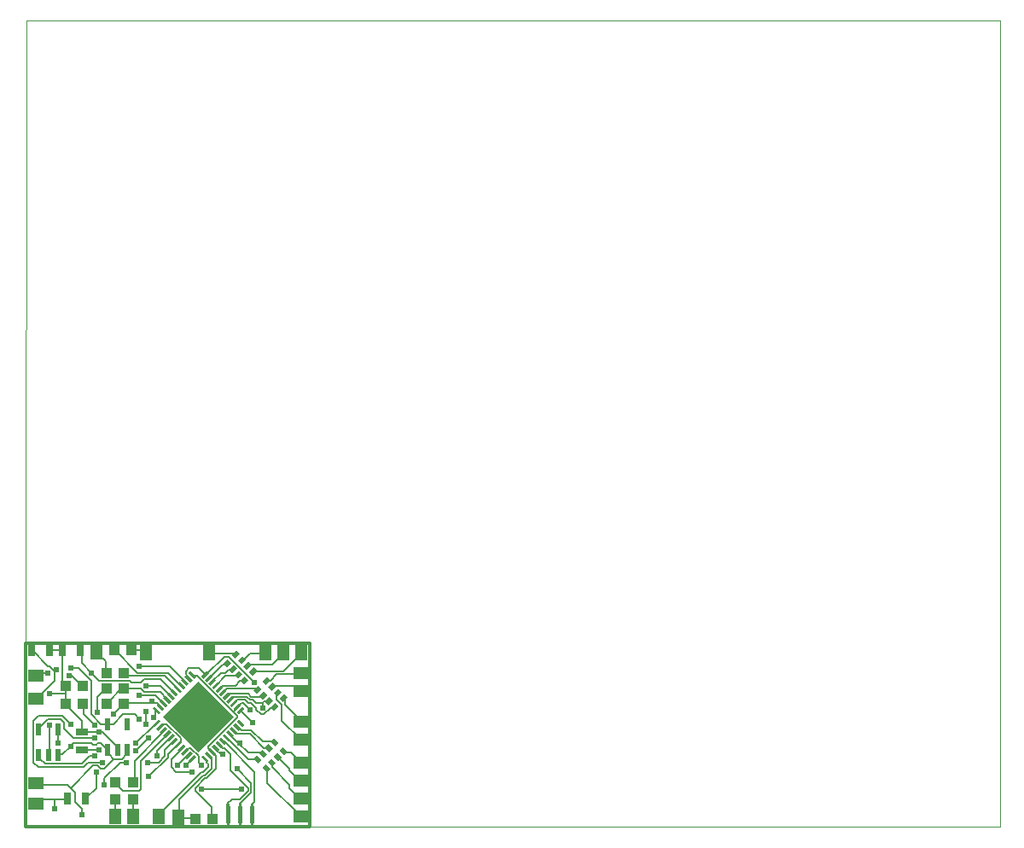
<source format=gtl>
G75*
%MOIN*%
%OFA0B0*%
%FSLAX25Y25*%
%IPPOS*%
%LPD*%
%AMOC8*
5,1,8,0,0,1.08239X$1,22.5*
%
%ADD10C,0.00000*%
%ADD11C,0.01200*%
%ADD12R,0.04331X0.03937*%
%ADD13R,0.06000X0.05000*%
%ADD14R,0.05000X0.06000*%
%ADD15R,0.03150X0.04724*%
%ADD16R,0.03937X0.04331*%
%ADD17R,0.01969X0.02559*%
%ADD18R,0.02165X0.04724*%
%ADD19C,0.01772*%
%ADD20C,0.01000*%
%ADD21R,0.04724X0.03150*%
%ADD22R,0.19685X0.19685*%
%ADD23R,0.03150X0.01181*%
%ADD24C,0.00600*%
%ADD25C,0.02400*%
D10*
X0003685Y0076332D02*
X0003946Y0319716D01*
X0384146Y0319716D01*
X0384146Y0004756D01*
X0114548Y0004756D01*
D11*
X0003685Y0004756D02*
X0003685Y0076332D01*
X0114548Y0076332D01*
X0114548Y0004756D01*
X0003685Y0004756D01*
D12*
X0019102Y0052589D03*
X0025795Y0052589D03*
X0025795Y0059589D03*
X0019102Y0059589D03*
X0035102Y0058589D03*
X0041795Y0058589D03*
X0041795Y0064589D03*
X0035102Y0064589D03*
X0038102Y0073589D03*
X0044795Y0073589D03*
X0041795Y0052589D03*
X0035102Y0052589D03*
X0069775Y0007500D03*
X0076468Y0007500D03*
D13*
X0111121Y0008500D03*
X0111121Y0015500D03*
X0111121Y0022500D03*
X0111121Y0029500D03*
X0111121Y0038500D03*
X0111121Y0045500D03*
X0111121Y0057500D03*
X0111121Y0064500D03*
X0007449Y0063589D03*
X0007449Y0054589D03*
X0007449Y0021589D03*
X0007449Y0013589D03*
D14*
X0038449Y0008589D03*
X0045449Y0008589D03*
X0055449Y0008589D03*
X0063227Y0008288D03*
X0075308Y0072628D03*
X0097121Y0072500D03*
X0104121Y0072500D03*
X0111121Y0072500D03*
X0050449Y0072589D03*
X0031318Y0072766D03*
D15*
X0024992Y0073589D03*
X0017906Y0073589D03*
X0012992Y0073589D03*
X0005906Y0073589D03*
X0019906Y0015589D03*
X0026992Y0015589D03*
D16*
X0038449Y0015242D03*
X0038449Y0021935D03*
X0045449Y0021935D03*
X0045449Y0015242D03*
D17*
G36*
X0092441Y0031107D02*
X0093833Y0032499D01*
X0095641Y0030691D01*
X0094249Y0029299D01*
X0092441Y0031107D01*
G37*
G36*
X0094668Y0033334D02*
X0096060Y0034726D01*
X0097868Y0032918D01*
X0096476Y0031526D01*
X0094668Y0033334D01*
G37*
G36*
X0096895Y0035561D02*
X0098287Y0036953D01*
X0100095Y0035145D01*
X0098703Y0033753D01*
X0096895Y0035561D01*
G37*
G36*
X0099122Y0037789D02*
X0100514Y0039181D01*
X0102322Y0037373D01*
X0100930Y0035981D01*
X0099122Y0037789D01*
G37*
G36*
X0102602Y0034309D02*
X0103994Y0035701D01*
X0105802Y0033893D01*
X0104410Y0032501D01*
X0102602Y0034309D01*
G37*
G36*
X0100375Y0032082D02*
X0101767Y0033474D01*
X0103575Y0031666D01*
X0102183Y0030274D01*
X0100375Y0032082D01*
G37*
G36*
X0098148Y0029855D02*
X0099540Y0031247D01*
X0101348Y0029439D01*
X0099956Y0028047D01*
X0098148Y0029855D01*
G37*
G36*
X0095920Y0027627D02*
X0097312Y0029019D01*
X0099120Y0027211D01*
X0097728Y0025819D01*
X0095920Y0027627D01*
G37*
G36*
X0100641Y0049819D02*
X0099249Y0051211D01*
X0101057Y0053019D01*
X0102449Y0051627D01*
X0100641Y0049819D01*
G37*
G36*
X0098414Y0052047D02*
X0097022Y0053439D01*
X0098830Y0055247D01*
X0100222Y0053855D01*
X0098414Y0052047D01*
G37*
G36*
X0096187Y0054274D02*
X0094795Y0055666D01*
X0096603Y0057474D01*
X0097995Y0056082D01*
X0096187Y0054274D01*
G37*
G36*
X0093960Y0056501D02*
X0092568Y0057893D01*
X0094376Y0059701D01*
X0095768Y0058309D01*
X0093960Y0056501D01*
G37*
G36*
X0099667Y0057753D02*
X0098275Y0059145D01*
X0100083Y0060953D01*
X0101475Y0059561D01*
X0099667Y0057753D01*
G37*
G36*
X0101894Y0055526D02*
X0100502Y0056918D01*
X0102310Y0058726D01*
X0103702Y0057334D01*
X0101894Y0055526D01*
G37*
G36*
X0104121Y0053299D02*
X0102729Y0054691D01*
X0104537Y0056499D01*
X0105929Y0055107D01*
X0104121Y0053299D01*
G37*
G36*
X0097439Y0059981D02*
X0096047Y0061373D01*
X0097855Y0063181D01*
X0099247Y0061789D01*
X0097439Y0059981D01*
G37*
G36*
X0092248Y0063680D02*
X0090856Y0065072D01*
X0092664Y0066880D01*
X0094056Y0065488D01*
X0092248Y0063680D01*
G37*
G36*
X0088768Y0060201D02*
X0087376Y0061593D01*
X0089184Y0063401D01*
X0090576Y0062009D01*
X0088768Y0060201D01*
G37*
G36*
X0086541Y0062428D02*
X0085149Y0063820D01*
X0086957Y0065628D01*
X0088349Y0064236D01*
X0086541Y0062428D01*
G37*
G36*
X0084314Y0064655D02*
X0082922Y0066047D01*
X0084730Y0067855D01*
X0086122Y0066463D01*
X0084314Y0064655D01*
G37*
G36*
X0082087Y0066882D02*
X0080695Y0068274D01*
X0082503Y0070082D01*
X0083895Y0068690D01*
X0082087Y0066882D01*
G37*
G36*
X0087794Y0068135D02*
X0086402Y0069527D01*
X0088210Y0071335D01*
X0089602Y0069943D01*
X0087794Y0068135D01*
G37*
G36*
X0090021Y0065908D02*
X0088629Y0067300D01*
X0090437Y0069108D01*
X0091829Y0067716D01*
X0090021Y0065908D01*
G37*
G36*
X0085567Y0070362D02*
X0084175Y0071754D01*
X0085983Y0073562D01*
X0087375Y0072170D01*
X0085567Y0070362D01*
G37*
D18*
X0043189Y0044707D03*
X0035709Y0044707D03*
X0035709Y0034470D03*
X0039449Y0034470D03*
X0043189Y0034470D03*
X0016189Y0032470D03*
X0012449Y0032470D03*
X0008709Y0032470D03*
X0008709Y0042707D03*
X0016189Y0042707D03*
D19*
X0082397Y0012364D02*
X0082397Y0006636D01*
X0087121Y0006636D02*
X0087121Y0012364D01*
X0091846Y0012364D02*
X0091846Y0006636D01*
D20*
X0091846Y0005500D02*
X0091846Y0009500D01*
X0091846Y0013500D01*
X0087121Y0013500D02*
X0087121Y0009500D01*
X0087121Y0005500D01*
X0082397Y0005500D02*
X0082397Y0009500D01*
X0082397Y0013500D01*
D21*
X0025518Y0034626D03*
X0025518Y0041712D03*
D22*
G36*
X0085039Y0047500D02*
X0071121Y0033582D01*
X0057203Y0047500D01*
X0071121Y0061418D01*
X0085039Y0047500D01*
G37*
D23*
G36*
X0089076Y0050701D02*
X0086850Y0048475D01*
X0086016Y0049309D01*
X0088242Y0051535D01*
X0089076Y0050701D01*
G37*
G36*
X0087684Y0052093D02*
X0085458Y0049867D01*
X0084624Y0050701D01*
X0086850Y0052927D01*
X0087684Y0052093D01*
G37*
G36*
X0086292Y0053485D02*
X0084066Y0051259D01*
X0083232Y0052093D01*
X0085458Y0054319D01*
X0086292Y0053485D01*
G37*
G36*
X0084900Y0054877D02*
X0082674Y0052651D01*
X0081840Y0053485D01*
X0084066Y0055711D01*
X0084900Y0054877D01*
G37*
G36*
X0083508Y0056269D02*
X0081282Y0054043D01*
X0080448Y0054877D01*
X0082674Y0057103D01*
X0083508Y0056269D01*
G37*
G36*
X0082116Y0057661D02*
X0079890Y0055435D01*
X0079056Y0056269D01*
X0081282Y0058495D01*
X0082116Y0057661D01*
G37*
G36*
X0077664Y0057661D02*
X0079890Y0059887D01*
X0080724Y0059053D01*
X0078498Y0056827D01*
X0077664Y0057661D01*
G37*
G36*
X0076272Y0059053D02*
X0078498Y0061279D01*
X0079332Y0060445D01*
X0077106Y0058219D01*
X0076272Y0059053D01*
G37*
G36*
X0074881Y0060445D02*
X0077107Y0062671D01*
X0077941Y0061837D01*
X0075715Y0059611D01*
X0074881Y0060445D01*
G37*
G36*
X0073489Y0061837D02*
X0075715Y0064063D01*
X0076549Y0063229D01*
X0074323Y0061003D01*
X0073489Y0061837D01*
G37*
G36*
X0072097Y0063229D02*
X0074323Y0065455D01*
X0075157Y0064621D01*
X0072931Y0062395D01*
X0072097Y0063229D01*
G37*
G36*
X0067920Y0065455D02*
X0070146Y0063229D01*
X0069312Y0062395D01*
X0067086Y0064621D01*
X0067920Y0065455D01*
G37*
G36*
X0066528Y0064063D02*
X0068754Y0061837D01*
X0067920Y0061003D01*
X0065694Y0063229D01*
X0066528Y0064063D01*
G37*
G36*
X0065136Y0062671D02*
X0067362Y0060445D01*
X0066528Y0059611D01*
X0064302Y0061837D01*
X0065136Y0062671D01*
G37*
G36*
X0063744Y0061279D02*
X0065970Y0059053D01*
X0065136Y0058219D01*
X0062910Y0060445D01*
X0063744Y0061279D01*
G37*
G36*
X0062352Y0059887D02*
X0064578Y0057661D01*
X0063744Y0056827D01*
X0061518Y0059053D01*
X0062352Y0059887D01*
G37*
G36*
X0060960Y0058495D02*
X0063186Y0056269D01*
X0062352Y0055435D01*
X0060126Y0057661D01*
X0060960Y0058495D01*
G37*
G36*
X0060960Y0054043D02*
X0058734Y0056269D01*
X0059568Y0057103D01*
X0061794Y0054877D01*
X0060960Y0054043D01*
G37*
G36*
X0059568Y0052651D02*
X0057342Y0054877D01*
X0058176Y0055711D01*
X0060402Y0053485D01*
X0059568Y0052651D01*
G37*
G36*
X0058176Y0051259D02*
X0055950Y0053485D01*
X0056784Y0054319D01*
X0059010Y0052093D01*
X0058176Y0051259D01*
G37*
G36*
X0056784Y0049867D02*
X0054558Y0052093D01*
X0055392Y0052927D01*
X0057618Y0050701D01*
X0056784Y0049867D01*
G37*
G36*
X0055392Y0048475D02*
X0053166Y0050701D01*
X0054000Y0051535D01*
X0056226Y0049309D01*
X0055392Y0048475D01*
G37*
G36*
X0053166Y0044299D02*
X0055392Y0046525D01*
X0056226Y0045691D01*
X0054000Y0043465D01*
X0053166Y0044299D01*
G37*
G36*
X0054558Y0042907D02*
X0056784Y0045133D01*
X0057618Y0044299D01*
X0055392Y0042073D01*
X0054558Y0042907D01*
G37*
G36*
X0055950Y0041515D02*
X0058176Y0043741D01*
X0059010Y0042907D01*
X0056784Y0040681D01*
X0055950Y0041515D01*
G37*
G36*
X0057342Y0040123D02*
X0059568Y0042349D01*
X0060402Y0041515D01*
X0058176Y0039289D01*
X0057342Y0040123D01*
G37*
G36*
X0058734Y0038731D02*
X0060960Y0040957D01*
X0061794Y0040123D01*
X0059568Y0037897D01*
X0058734Y0038731D01*
G37*
G36*
X0060126Y0037339D02*
X0062352Y0039565D01*
X0063186Y0038731D01*
X0060960Y0036505D01*
X0060126Y0037339D01*
G37*
G36*
X0064578Y0037339D02*
X0062352Y0035113D01*
X0061518Y0035947D01*
X0063744Y0038173D01*
X0064578Y0037339D01*
G37*
G36*
X0065970Y0035947D02*
X0063744Y0033721D01*
X0062910Y0034555D01*
X0065136Y0036781D01*
X0065970Y0035947D01*
G37*
G36*
X0067362Y0034555D02*
X0065136Y0032329D01*
X0064302Y0033163D01*
X0066528Y0035389D01*
X0067362Y0034555D01*
G37*
G36*
X0068754Y0033163D02*
X0066528Y0030937D01*
X0065694Y0031771D01*
X0067920Y0033997D01*
X0068754Y0033163D01*
G37*
G36*
X0070146Y0031771D02*
X0067920Y0029545D01*
X0067086Y0030379D01*
X0069312Y0032605D01*
X0070146Y0031771D01*
G37*
G36*
X0074323Y0029545D02*
X0072097Y0031771D01*
X0072931Y0032605D01*
X0075157Y0030379D01*
X0074323Y0029545D01*
G37*
G36*
X0075715Y0030937D02*
X0073489Y0033163D01*
X0074323Y0033997D01*
X0076549Y0031771D01*
X0075715Y0030937D01*
G37*
G36*
X0077107Y0032329D02*
X0074881Y0034555D01*
X0075715Y0035389D01*
X0077941Y0033163D01*
X0077107Y0032329D01*
G37*
G36*
X0078498Y0033721D02*
X0076272Y0035947D01*
X0077106Y0036781D01*
X0079332Y0034555D01*
X0078498Y0033721D01*
G37*
G36*
X0079890Y0035113D02*
X0077664Y0037339D01*
X0078498Y0038173D01*
X0080724Y0035947D01*
X0079890Y0035113D01*
G37*
G36*
X0081282Y0036505D02*
X0079056Y0038731D01*
X0079890Y0039565D01*
X0082116Y0037339D01*
X0081282Y0036505D01*
G37*
G36*
X0081282Y0040957D02*
X0083508Y0038731D01*
X0082674Y0037897D01*
X0080448Y0040123D01*
X0081282Y0040957D01*
G37*
G36*
X0082674Y0042349D02*
X0084900Y0040123D01*
X0084066Y0039289D01*
X0081840Y0041515D01*
X0082674Y0042349D01*
G37*
G36*
X0084066Y0043741D02*
X0086292Y0041515D01*
X0085458Y0040681D01*
X0083232Y0042907D01*
X0084066Y0043741D01*
G37*
G36*
X0085458Y0045133D02*
X0087684Y0042907D01*
X0086850Y0042073D01*
X0084624Y0044299D01*
X0085458Y0045133D01*
G37*
G36*
X0086850Y0046525D02*
X0089076Y0044299D01*
X0088242Y0043465D01*
X0086016Y0045691D01*
X0086850Y0046525D01*
G37*
D24*
X0086071Y0047256D02*
X0086071Y0047881D01*
X0084821Y0049131D01*
X0070446Y0063506D01*
X0069196Y0063506D01*
X0068616Y0063925D01*
X0066696Y0063506D02*
X0066071Y0064131D01*
X0066071Y0065381D01*
X0067321Y0066631D01*
X0071071Y0066631D01*
X0073571Y0064131D01*
X0073627Y0063925D01*
X0074196Y0064131D01*
X0081071Y0071006D01*
X0082946Y0071006D01*
X0092946Y0061006D01*
X0093571Y0058506D02*
X0094168Y0058101D01*
X0093571Y0058506D02*
X0082321Y0058506D01*
X0081071Y0057256D01*
X0080586Y0056965D01*
X0079194Y0058357D02*
X0079196Y0058506D01*
X0080446Y0059756D01*
X0085446Y0059756D01*
X0087321Y0061631D01*
X0088571Y0061631D01*
X0088976Y0061801D01*
X0086696Y0063506D02*
X0086749Y0064028D01*
X0086696Y0063506D02*
X0081696Y0063506D01*
X0077946Y0059756D01*
X0077802Y0059749D01*
X0076411Y0061141D02*
X0076696Y0061631D01*
X0079821Y0064756D01*
X0081696Y0064756D01*
X0082946Y0066006D01*
X0084196Y0066006D01*
X0084522Y0066255D01*
X0082295Y0068482D02*
X0081696Y0067881D01*
X0080446Y0067881D01*
X0075446Y0062881D01*
X0075019Y0062533D01*
X0067224Y0062533D02*
X0066696Y0062881D01*
X0066696Y0063506D01*
X0065446Y0061631D02*
X0065832Y0061141D01*
X0065446Y0061631D02*
X0059821Y0067256D01*
X0047946Y0067256D01*
X0047321Y0064756D02*
X0038571Y0073506D01*
X0038102Y0073589D01*
X0034821Y0069131D02*
X0031696Y0072256D01*
X0031318Y0072766D01*
X0034821Y0069131D02*
X0034821Y0064756D01*
X0035102Y0064589D01*
X0032321Y0061631D02*
X0029196Y0064756D01*
X0025446Y0068506D01*
X0025446Y0073506D01*
X0024992Y0073589D01*
X0024196Y0066631D02*
X0021071Y0066631D01*
X0024196Y0066631D02*
X0029196Y0061631D01*
X0029196Y0048506D01*
X0032946Y0044756D01*
X0035446Y0044756D01*
X0035709Y0044707D01*
X0036071Y0044756D01*
X0037946Y0044756D01*
X0041696Y0048506D01*
X0046071Y0048506D01*
X0047946Y0046631D01*
X0050446Y0044756D02*
X0050446Y0049756D01*
X0054196Y0049756D02*
X0054196Y0047881D01*
X0053571Y0047256D01*
X0054696Y0044995D02*
X0054196Y0044756D01*
X0046696Y0037256D01*
X0046696Y0034131D02*
X0051696Y0039131D01*
X0057321Y0041631D02*
X0057480Y0042211D01*
X0057321Y0041631D02*
X0046071Y0030381D01*
X0046071Y0022256D01*
X0045449Y0021935D01*
X0048571Y0019131D02*
X0047946Y0018506D01*
X0041696Y0018506D01*
X0038571Y0021631D01*
X0038449Y0021935D01*
X0034196Y0021006D02*
X0034196Y0023506D01*
X0040446Y0029756D01*
X0042946Y0029756D01*
X0041071Y0031006D02*
X0042946Y0032881D01*
X0042946Y0034131D01*
X0043189Y0034470D01*
X0039449Y0034470D02*
X0039196Y0034756D01*
X0039196Y0036006D01*
X0033571Y0041631D01*
X0032321Y0041631D01*
X0026071Y0041631D01*
X0025518Y0041712D01*
X0025446Y0042256D01*
X0025446Y0046006D01*
X0019196Y0052256D01*
X0019102Y0052589D01*
X0019196Y0052881D01*
X0019196Y0056631D01*
X0012946Y0056631D01*
X0007946Y0054756D02*
X0014821Y0061631D01*
X0014821Y0065381D01*
X0015446Y0066006D01*
X0014821Y0065381D02*
X0012946Y0067256D01*
X0012321Y0067256D01*
X0006071Y0073506D01*
X0005906Y0073589D01*
X0012992Y0073589D02*
X0013571Y0073506D01*
X0017321Y0073506D01*
X0017906Y0073589D01*
X0017946Y0073506D01*
X0017946Y0060381D01*
X0018571Y0059756D01*
X0019102Y0059589D01*
X0019196Y0059131D01*
X0019196Y0056631D01*
X0025446Y0059756D02*
X0021696Y0063506D01*
X0020446Y0063506D01*
X0025446Y0059756D02*
X0025795Y0059589D01*
X0032321Y0061631D02*
X0044196Y0061631D01*
X0044821Y0061006D01*
X0048571Y0061006D01*
X0049821Y0062256D01*
X0056071Y0062256D01*
X0061071Y0057256D01*
X0061656Y0056965D01*
X0060264Y0055573D02*
X0059821Y0056006D01*
X0056071Y0059756D01*
X0050446Y0059756D01*
X0048571Y0058506D02*
X0049821Y0057256D01*
X0056071Y0057256D01*
X0058571Y0054756D01*
X0058872Y0054181D01*
X0057480Y0052789D02*
X0057321Y0052881D01*
X0054196Y0056006D01*
X0047946Y0056006D01*
X0048571Y0058506D02*
X0042321Y0058506D01*
X0041795Y0058589D01*
X0041696Y0059131D01*
X0035446Y0052881D01*
X0035102Y0052589D01*
X0031696Y0055381D02*
X0031696Y0049131D01*
X0037946Y0048506D02*
X0041696Y0052256D01*
X0041795Y0052589D01*
X0042321Y0052881D01*
X0052946Y0052881D01*
X0052946Y0053506D01*
X0052946Y0052881D02*
X0054821Y0052881D01*
X0056071Y0051631D01*
X0056088Y0051397D01*
X0054696Y0050005D02*
X0054196Y0049756D01*
X0057321Y0044756D02*
X0056696Y0044131D01*
X0056088Y0043603D01*
X0057321Y0044756D02*
X0058571Y0044756D01*
X0064196Y0039131D01*
X0064196Y0037881D01*
X0063571Y0037256D01*
X0063048Y0036643D01*
X0062946Y0036631D01*
X0059196Y0032881D01*
X0059196Y0031631D01*
X0051696Y0024131D01*
X0051071Y0029756D02*
X0055446Y0029756D01*
X0057946Y0032256D01*
X0057946Y0034756D01*
X0061071Y0037881D01*
X0061656Y0038035D01*
X0060264Y0039427D02*
X0059821Y0039131D01*
X0054821Y0034131D01*
X0054821Y0032256D01*
X0060446Y0031006D02*
X0060446Y0027881D01*
X0062321Y0026006D01*
X0068571Y0026006D01*
X0066071Y0028506D02*
X0068571Y0031006D01*
X0068616Y0031075D01*
X0067224Y0032467D02*
X0066696Y0032256D01*
X0062946Y0028506D01*
X0060446Y0031006D02*
X0064196Y0034756D01*
X0064440Y0035251D01*
X0065832Y0033859D02*
X0066071Y0034131D01*
X0067321Y0035381D01*
X0067946Y0035381D01*
X0071071Y0032256D01*
X0071071Y0029756D01*
X0072321Y0028506D01*
X0074196Y0029756D02*
X0074821Y0029131D01*
X0074821Y0027881D01*
X0072946Y0026006D01*
X0072321Y0026006D01*
X0055446Y0009131D01*
X0055449Y0008589D01*
X0063227Y0008288D02*
X0063571Y0007881D01*
X0069196Y0007881D01*
X0069775Y0007500D01*
X0076071Y0007881D02*
X0076071Y0012256D01*
X0069821Y0018506D01*
X0069821Y0019756D01*
X0073571Y0023506D01*
X0074196Y0023506D01*
X0077946Y0027256D01*
X0077946Y0032256D01*
X0076696Y0033506D01*
X0076411Y0033859D01*
X0076071Y0034131D01*
X0074821Y0035381D01*
X0074821Y0036006D01*
X0086071Y0047256D01*
X0084821Y0049131D02*
X0084821Y0049756D01*
X0086071Y0051006D01*
X0086154Y0051397D01*
X0086696Y0051631D01*
X0087946Y0052881D01*
X0088571Y0052881D01*
X0091071Y0050381D01*
X0093571Y0050381D02*
X0093571Y0051006D01*
X0091696Y0052881D01*
X0090446Y0052881D01*
X0089196Y0054131D01*
X0086071Y0054131D01*
X0084821Y0052881D01*
X0084762Y0052789D01*
X0083370Y0054181D02*
X0083571Y0054756D01*
X0084196Y0055381D01*
X0089821Y0055381D01*
X0091071Y0054131D01*
X0092321Y0054131D01*
X0093571Y0052881D01*
X0096071Y0052881D01*
X0096071Y0051006D01*
X0096071Y0052881D02*
X0096696Y0053506D01*
X0098571Y0053506D01*
X0098622Y0053647D01*
X0099196Y0051006D02*
X0096696Y0048506D01*
X0095446Y0048506D01*
X0093571Y0050381D01*
X0092321Y0045381D02*
X0087946Y0049756D01*
X0087546Y0050005D01*
X0086154Y0043603D02*
X0086696Y0043506D01*
X0087946Y0042256D01*
X0091696Y0042256D01*
X0096071Y0037881D01*
X0100446Y0037881D01*
X0100722Y0037581D01*
X0098495Y0035353D02*
X0097946Y0035381D01*
X0096696Y0035381D01*
X0091071Y0041006D01*
X0085446Y0041006D01*
X0084821Y0041631D01*
X0084762Y0042211D01*
X0083370Y0040819D02*
X0083571Y0040381D01*
X0086696Y0037256D01*
X0087321Y0037256D01*
X0086696Y0037256D02*
X0090446Y0033506D01*
X0096071Y0033506D01*
X0096268Y0033126D01*
X0094041Y0030899D02*
X0093571Y0031006D01*
X0090446Y0031006D01*
X0082321Y0039131D01*
X0081978Y0039427D01*
X0081071Y0037881D02*
X0080586Y0038035D01*
X0081071Y0037881D02*
X0092946Y0026006D01*
X0092946Y0014131D01*
X0092321Y0013506D01*
X0091846Y0009500D01*
X0087121Y0009500D02*
X0087321Y0013506D01*
X0091696Y0017881D01*
X0091696Y0021631D01*
X0086071Y0027256D01*
X0083571Y0026631D02*
X0090446Y0019756D01*
X0090446Y0018506D01*
X0087321Y0015381D01*
X0084196Y0015381D01*
X0082321Y0013506D01*
X0082397Y0009500D01*
X0076468Y0007500D02*
X0076071Y0007881D01*
X0072321Y0019131D02*
X0087946Y0019131D01*
X0083571Y0026631D02*
X0083571Y0032881D01*
X0081071Y0035381D01*
X0080446Y0035381D01*
X0079196Y0036631D01*
X0079194Y0036643D01*
X0077802Y0035251D02*
X0077946Y0034756D01*
X0079821Y0032881D01*
X0080446Y0032881D01*
X0076071Y0031631D02*
X0076071Y0027256D01*
X0073571Y0024756D01*
X0072946Y0024756D01*
X0063571Y0015381D01*
X0063571Y0008506D01*
X0063227Y0008288D01*
X0048571Y0019131D02*
X0048571Y0030381D01*
X0058571Y0040381D01*
X0058872Y0040819D01*
X0073627Y0031075D02*
X0074196Y0031006D01*
X0074196Y0029756D01*
X0076071Y0031631D02*
X0075446Y0032256D01*
X0075019Y0032467D01*
X0097520Y0027419D02*
X0097946Y0027256D01*
X0097946Y0021631D01*
X0111071Y0008506D01*
X0111121Y0008500D01*
X0111071Y0015381D02*
X0111121Y0015500D01*
X0111071Y0015381D02*
X0106696Y0019756D01*
X0106696Y0021006D01*
X0099821Y0027881D01*
X0099821Y0029131D01*
X0099748Y0029647D01*
X0101975Y0031874D02*
X0102321Y0031631D01*
X0106696Y0027256D01*
X0106696Y0026631D01*
X0111071Y0022256D01*
X0111121Y0022500D01*
X0111121Y0029500D02*
X0111071Y0029756D01*
X0107321Y0033506D01*
X0104821Y0033506D01*
X0104202Y0034101D01*
X0111071Y0038506D02*
X0111121Y0038500D01*
X0111071Y0038506D02*
X0103571Y0046006D01*
X0103571Y0052256D01*
X0101696Y0054131D01*
X0101696Y0056631D01*
X0102102Y0057126D01*
X0100446Y0059756D02*
X0099875Y0059353D01*
X0100446Y0059756D02*
X0109196Y0059756D01*
X0111071Y0057881D01*
X0111121Y0057500D01*
X0104821Y0054756D02*
X0104821Y0052256D01*
X0111071Y0046006D01*
X0111121Y0045500D01*
X0100849Y0051419D02*
X0100446Y0051006D01*
X0099196Y0051006D01*
X0096071Y0055381D02*
X0091696Y0055381D01*
X0090446Y0056631D01*
X0082946Y0056631D01*
X0082321Y0056006D01*
X0081978Y0055573D01*
X0096071Y0055381D02*
X0096395Y0055874D01*
X0097647Y0061581D02*
X0097946Y0061631D01*
X0099196Y0061631D01*
X0101696Y0064131D01*
X0111071Y0064131D01*
X0111121Y0064500D01*
X0104196Y0065381D02*
X0111071Y0072256D01*
X0111121Y0072500D01*
X0104196Y0072256D02*
X0104121Y0072500D01*
X0104196Y0072256D02*
X0099821Y0067881D01*
X0090446Y0067881D01*
X0090229Y0067508D01*
X0088571Y0069756D02*
X0091071Y0072256D01*
X0096696Y0072256D01*
X0097121Y0072500D01*
X0092946Y0065381D02*
X0092456Y0065280D01*
X0092946Y0065381D02*
X0104196Y0065381D01*
X0104329Y0054899D02*
X0104821Y0054756D01*
X0088571Y0069756D02*
X0088002Y0069735D01*
X0085775Y0071962D02*
X0085446Y0072256D01*
X0075446Y0072256D01*
X0075308Y0072628D01*
X0064440Y0059749D02*
X0064196Y0059756D01*
X0059196Y0064756D01*
X0047321Y0064756D01*
X0042946Y0063506D02*
X0042321Y0064131D01*
X0041795Y0064589D01*
X0042946Y0063506D02*
X0057946Y0063506D01*
X0062946Y0058506D01*
X0063048Y0058357D01*
X0050449Y0072589D02*
X0050446Y0072881D01*
X0049821Y0073506D01*
X0044821Y0073506D01*
X0044795Y0073589D01*
X0035102Y0058589D02*
X0034821Y0058506D01*
X0031696Y0055381D01*
X0026071Y0052256D02*
X0026071Y0048506D01*
X0030446Y0044131D01*
X0030446Y0039131D02*
X0022321Y0039131D01*
X0018571Y0042881D01*
X0018571Y0045381D01*
X0017321Y0046631D01*
X0012321Y0046631D01*
X0008571Y0042881D01*
X0008709Y0042707D01*
X0006696Y0046006D02*
X0008571Y0047881D01*
X0017946Y0047881D01*
X0021071Y0044756D01*
X0016189Y0042707D02*
X0016071Y0042256D01*
X0016071Y0037256D01*
X0016696Y0032881D02*
X0016189Y0032470D01*
X0016696Y0032881D02*
X0017946Y0032881D01*
X0021071Y0036006D01*
X0022321Y0037256D01*
X0029196Y0037256D01*
X0029821Y0036631D01*
X0031071Y0036631D01*
X0031696Y0037256D01*
X0032946Y0037256D01*
X0035446Y0034756D01*
X0035709Y0034470D01*
X0036071Y0034131D01*
X0036071Y0032881D01*
X0037946Y0031006D01*
X0034196Y0027256D01*
X0032946Y0027256D01*
X0031696Y0028506D01*
X0029821Y0028506D01*
X0021071Y0019756D01*
X0022946Y0017881D01*
X0022946Y0014131D01*
X0025446Y0011631D01*
X0025446Y0009131D01*
X0026992Y0015589D02*
X0027321Y0016006D01*
X0031071Y0019756D01*
X0031071Y0026006D01*
X0033571Y0029756D02*
X0027946Y0029756D01*
X0026071Y0027881D01*
X0008571Y0027881D01*
X0006696Y0029756D01*
X0006696Y0046006D01*
X0012946Y0044131D02*
X0012946Y0032881D01*
X0012449Y0032470D01*
X0009196Y0032256D02*
X0009196Y0031006D01*
X0011071Y0029131D01*
X0025446Y0029131D01*
X0028571Y0032256D01*
X0030446Y0032256D01*
X0032321Y0034756D02*
X0026071Y0034756D01*
X0025518Y0034626D01*
X0037946Y0031006D02*
X0041071Y0031006D01*
X0038449Y0015242D02*
X0038571Y0014756D01*
X0038571Y0009131D01*
X0038449Y0008589D01*
X0045449Y0008589D02*
X0045446Y0009131D01*
X0045446Y0014756D01*
X0045449Y0015242D01*
X0021071Y0019756D02*
X0019821Y0021006D01*
X0007946Y0021006D01*
X0007449Y0021589D01*
X0009196Y0015381D02*
X0007946Y0014131D01*
X0007449Y0013589D01*
X0009196Y0015381D02*
X0014821Y0015381D01*
X0014821Y0011631D01*
X0014821Y0015381D02*
X0019821Y0015381D01*
X0019906Y0015589D01*
X0009196Y0032256D02*
X0008709Y0032470D01*
X0026071Y0052256D02*
X0025795Y0052589D01*
X0007946Y0054756D02*
X0007449Y0054589D01*
X0007449Y0063589D02*
X0007946Y0064131D01*
X0008571Y0064756D01*
X0012321Y0064756D01*
D25*
X0012321Y0064756D03*
X0015446Y0066006D03*
X0020446Y0063506D03*
X0021071Y0066631D03*
X0029196Y0064756D03*
X0012946Y0056631D03*
X0012946Y0044131D03*
X0016071Y0037256D03*
X0021071Y0036006D03*
X0021071Y0044756D03*
X0030446Y0044131D03*
X0032321Y0041631D03*
X0030446Y0039131D03*
X0032321Y0034756D03*
X0030446Y0032256D03*
X0033571Y0029756D03*
X0031071Y0026006D03*
X0034196Y0021006D03*
X0042946Y0029756D03*
X0046696Y0034131D03*
X0046696Y0037256D03*
X0051696Y0039131D03*
X0050446Y0044756D03*
X0047946Y0046631D03*
X0050446Y0049756D03*
X0053571Y0047256D03*
X0052946Y0053506D03*
X0047946Y0056006D03*
X0050446Y0059756D03*
X0047946Y0067256D03*
X0037946Y0048506D03*
X0031696Y0049131D03*
X0051071Y0029756D03*
X0054821Y0032256D03*
X0062946Y0028506D03*
X0066071Y0028506D03*
X0068571Y0026006D03*
X0072321Y0028506D03*
X0080446Y0032881D03*
X0086071Y0027256D03*
X0087946Y0019131D03*
X0072321Y0019131D03*
X0051696Y0024131D03*
X0025446Y0009131D03*
X0014821Y0011631D03*
X0087321Y0037256D03*
X0092321Y0045381D03*
X0091071Y0050381D03*
X0096071Y0051006D03*
X0092946Y0061006D03*
M02*

</source>
